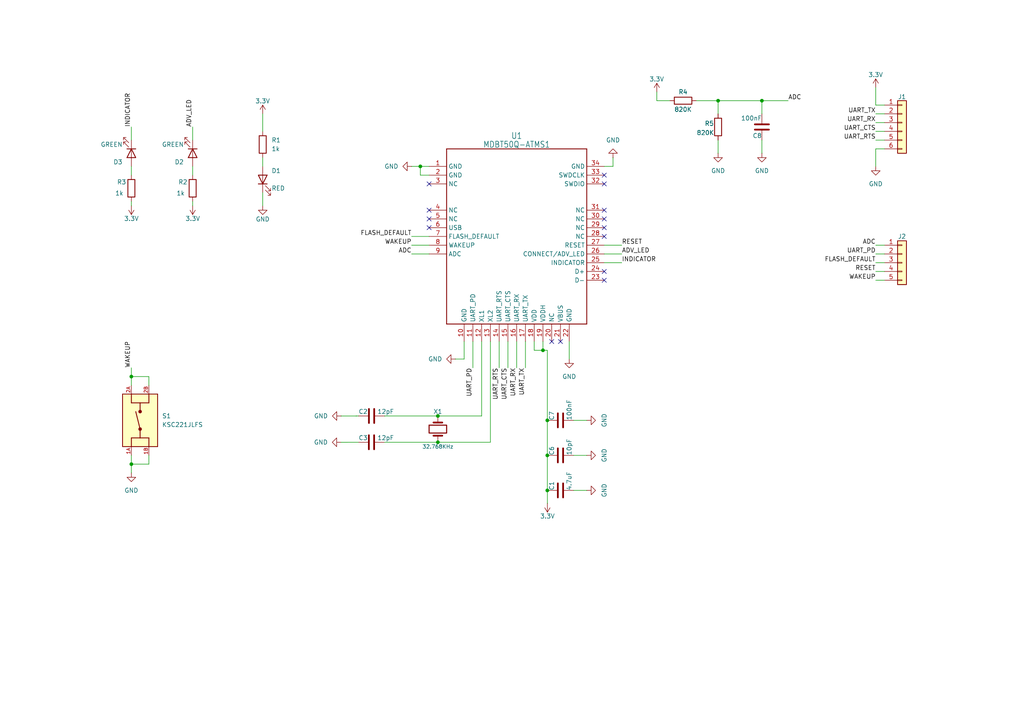
<source format=kicad_sch>
(kicad_sch (version 20250114) (generator "eeschema") (generator_version "9.0")
  (paper "A4")
  (title_block (company "Hamza BÜLKÜ") (comment 1 "BOARDOZA"))
  (lib_symbols
    (symbol "Connector_Generic:Conn_01x05" (pin_names (offset 1.016) (hide yes))
      (property "Reference" "J" (at 0 7.62 0))
      (property "Value" "Conn_01x05" (at 0 -7.62 0))
      (symbol "Conn_01x05_1_1"
        (rectangle (start -1.27 6.35) (end 1.27 -6.35) (stroke (width 0.254)) (fill (type background)))
        (rectangle (start -1.27 5.207) (end 0 4.953) (stroke (width 0.1524)))
        (rectangle (start -1.27 2.667) (end 0 2.413) (stroke (width 0.1524)))
        (rectangle (start -1.27 0.127) (end 0 -0.127) (stroke (width 0.1524)))
        (rectangle (start -1.27 -2.413) (end 0 -2.667) (stroke (width 0.1524)))
        (rectangle (start -1.27 -4.953) (end 0 -5.207) (stroke (width 0.1524)))
        (pin passive line (at -5.08 5.08 0) (length 3.81) (name "Pin_1") (number "1"))
        (pin passive line (at -5.08 2.54 0) (length 3.81) (name "Pin_2") (number "2"))
        (pin passive line (at -5.08 0 0) (length 3.81) (name "Pin_3") (number "3"))
        (pin passive line (at -5.08 -2.54 0) (length 3.81) (name "Pin_4") (number "4"))
        (pin passive line (at -5.08 -5.08 0) (length 3.81) (name "Pin_5") (number "5"))
      )
    )
    (symbol "Connector_Generic:Conn_01x06" (pin_names (offset 1.016) (hide yes))
      (property "Reference" "J" (at 0 7.62 0))
      (property "Value" "Conn_01x06" (at 0 -10.16 0))
      (symbol "Conn_01x06_1_1"
        (rectangle (start -1.27 6.35) (end 1.27 -8.89) (stroke (width 0.254)) (fill (type background)))
        (rectangle (start -1.27 5.207) (end 0 4.953) (stroke (width 0.1524)))
        (rectangle (start -1.27 2.667) (end 0 2.413) (stroke (width 0.1524)))
        (rectangle (start -1.27 0.127) (end 0 -0.127) (stroke (width 0.1524)))
        (rectangle (start -1.27 -2.413) (end 0 -2.667) (stroke (width 0.1524)))
        (rectangle (start -1.27 -4.953) (end 0 -5.207) (stroke (width 0.1524)))
        (rectangle (start -1.27 -7.493) (end 0 -7.747) (stroke (width 0.1524)))
        (pin passive line (at -5.08 5.08 0) (length 3.81) (name "Pin_1") (number "1"))
        (pin passive line (at -5.08 2.54 0) (length 3.81) (name "Pin_2") (number "2"))
        (pin passive line (at -5.08 0 0) (length 3.81) (name "Pin_3") (number "3"))
        (pin passive line (at -5.08 -2.54 0) (length 3.81) (name "Pin_4") (number "4"))
        (pin passive line (at -5.08 -5.08 0) (length 3.81) (name "Pin_5") (number "5"))
        (pin passive line (at -5.08 -7.62 0) (length 3.81) (name "Pin_6") (number "6"))
      )
    )
    (symbol "Device:C" (pin_numbers (hide yes)) (pin_names (offset 0.254))
      (property "Reference" "C" (at 0.635 2.54 0))
      (property "Value" "C" (at 0.635 -2.54 0))
      (symbol "C_0_1"
        (polyline (pts (xy -2.032 0.762) (xy 2.032 0.762)) (stroke (width 0.508)))
        (polyline (pts (xy -2.032 -0.762) (xy 2.032 -0.762)) (stroke (width 0.508)))
      )
      (symbol "C_1_1"
        (pin passive line (at 0 3.81 270) (length 2.794) (name "~") (number "1"))
        (pin passive line (at 0 -3.81 90) (length 2.794) (name "~") (number "2"))
      )
    )
    (symbol "Device:Crystal" (pin_numbers (hide yes)) (pin_names (offset 1.016) (hide yes))
      (property "Reference" "Y" (at 0 3.81 0))
      (property "Value" "Crystal" (at 0 -3.81 0))
      (symbol "Crystal_0_1"
        (polyline (pts (xy -2.54 0) (xy -1.905 0)))
        (polyline (pts (xy -1.905 -1.27) (xy -1.905 1.27)) (stroke (width 0.508)))
        (rectangle (start -1.143 2.54) (end 1.143 -2.54) (stroke (width 0.3048)))
        (polyline (pts (xy 1.905 -1.27) (xy 1.905 1.27)) (stroke (width 0.508)))
        (polyline (pts (xy 2.54 0) (xy 1.905 0)))
      )
      (symbol "Crystal_1_1"
        (pin passive line (at -3.81 0 0) (length 1.27) (name "1") (number "1"))
        (pin passive line (at 3.81 0 180) (length 1.27) (name "2") (number "2"))
      )
    )
    (symbol "Device:LED" (pin_numbers (hide yes)) (pin_names (offset 1.016) (hide yes))
      (property "Reference" "D" (at 0 2.54 0))
      (property "Value" "LED" (at 0 -2.54 0))
      (symbol "LED_0_1"
        (polyline (pts (xy -3.048 -0.762) (xy -4.572 -2.286) (xy -3.81 -2.286) (xy -4.572 -2.286) (xy -4.572 -1.524)))
        (polyline (pts (xy -1.778 -0.762) (xy -3.302 -2.286) (xy -2.54 -2.286) (xy -3.302 -2.286) (xy -3.302 -1.524)))
        (polyline (pts (xy -1.27 0) (xy 1.27 0)))
        (polyline (pts (xy -1.27 -1.27) (xy -1.27 1.27)) (stroke (width 0.254)))
        (polyline (pts (xy 1.27 -1.27) (xy 1.27 1.27) (xy -1.27 0) (xy 1.27 -1.27)) (stroke (width 0.254)))
      )
      (symbol "LED_1_1"
        (pin passive line (at -3.81 0 0) (length 2.54) (name "K") (number "1"))
        (pin passive line (at 3.81 0 180) (length 2.54) (name "A") (number "2"))
      )
    )
    (symbol "Device:R" (pin_numbers (hide yes)) (pin_names (offset 0))
      (property "Reference" "R" (at 2.032 0 90))
      (property "Value" "R" (at 0 0 90))
      (symbol "R_0_1"
        (rectangle (start -1.016 -2.54) (end 1.016 2.54) (stroke (width 0.254)))
      )
      (symbol "R_1_1"
        (pin passive line (at 0 3.81 270) (length 1.27) (name "~") (number "1"))
        (pin passive line (at 0 -3.81 90) (length 1.27) (name "~") (number "2"))
      )
    )
    (symbol "KSC221JLFS:KSC221JLFS" (pin_names (offset 1.016))
      (property "Reference" "S" (at -7.62 5.842 0))
      (property "Value" "KSC221JLFS" (at -7.62 -7.62 0))
      (symbol "KSC221JLFS_0_0"
        (polyline (pts (xy -7.62 2.54) (xy -5.08 2.54)) (stroke (width 0.254)))
        (rectangle (start -7.62 -5.08) (end 7.62 5.08) (stroke (width 0.254)) (fill (type background)))
        (polyline (pts (xy -5.08 2.54) (xy -5.08 0)) (stroke (width 0.254)))
        (polyline (pts (xy -5.08 0) (xy -5.08 -2.54)) (stroke (width 0.254)))
        (polyline (pts (xy -5.08 0) (xy -2.54 0)) (stroke (width 0.254)))
        (polyline (pts (xy -5.08 -2.54) (xy -7.62 -2.54)) (stroke (width 0.254)))
        (circle (center -2.54 0) (radius 0.254) (stroke (width 0.508)))
        (polyline (pts (xy -2.54 0) (xy 2.54 1.27)) (stroke (width 0.254)))
        (polyline (pts (xy 2.54 0) (xy 5.08 0)) (stroke (width 0.254)))
        (circle (center 2.54 0) (radius 0.254) (stroke (width 0.508)))
        (polyline (pts (xy 5.08 2.54) (xy 5.08 0)) (stroke (width 0.254)))
        (polyline (pts (xy 5.08 0) (xy 5.08 -2.54)) (stroke (width 0.254)))
        (polyline (pts (xy 5.08 -2.54) (xy 7.62 -2.54)) (stroke (width 0.254)))
        (polyline (pts (xy 7.62 2.54) (xy 5.08 2.54)) (stroke (width 0.254)))
        (pin passive line (at -10.16 2.54 0) (length 2.54) (name "~") (number "1A"))
        (pin passive line (at -10.16 -2.54 0) (length 2.54) (name "~") (number "1B"))
        (pin passive line (at 10.16 2.54 180) (length 2.54) (name "~") (number "2A"))
        (pin passive line (at 10.16 -2.54 180) (length 2.54) (name "~") (number "2B"))
      )
    )
    (symbol "MDBT50Q-AMTS:MDBT50Q-ATMS"
      (property "Reference" "U1" (at 0 29.21 0))
      (property "Value" "MDBT50Q-ATMS1" (at 0 26.67 0))
      (symbol "MDBT50Q-ATMS_1_0"
        (polyline (pts (xy -20.32 25.4) (xy -20.32 -25.4)) (stroke (width 0.254)))
        (polyline (pts (xy -20.32 -25.4) (xy 20.32 -25.4)) (stroke (width 0.254)))
        (polyline (pts (xy 20.32 25.4) (xy -20.32 25.4)) (stroke (width 0.254)))
        (polyline (pts (xy 20.32 -25.4) (xy 20.32 25.4)) (stroke (width 0.254)))
        (pin bidirectional line (at -25.4 20.32 0) (length 5.08) (name "GND") (number "1"))
        (pin bidirectional line (at -25.4 17.78 0) (length 5.08) (name "GND") (number "2"))
        (pin bidirectional line (at -25.4 15.24 0) (length 5.08) (name "NC") (number "3"))
        (pin bidirectional line (at -25.4 7.62 0) (length 5.08) (name "NC") (number "4"))
        (pin bidirectional line (at -25.4 5.08 0) (length 5.08) (name "NC") (number "5"))
        (pin bidirectional line (at -25.4 2.54 0) (length 5.08) (name "USB") (number "6"))
        (pin bidirectional line (at -25.4 0 0) (length 5.08) (name "FLASH_DEFAULT") (number "7"))
        (pin bidirectional line (at -25.4 -2.54 0) (length 5.08) (name "WAKEUP") (number "8"))
        (pin bidirectional line (at -25.4 -5.08 0) (length 5.08) (name "ADC") (number "9"))
        (pin bidirectional line (at -15.24 -30.48 90) (length 5.08) (name "GND") (number "10"))
        (pin bidirectional line (at -12.7 -30.48 90) (length 5.08) (name "UART_PD") (number "11"))
        (pin bidirectional line (at -10.16 -30.48 90) (length 5.08) (name "XL1") (number "12"))
        (pin bidirectional line (at -7.62 -30.48 90) (length 5.08) (name "XL2") (number "13"))
        (pin bidirectional line (at -5.08 -30.48 90) (length 5.08) (name "UART_RTS") (number "14"))
        (pin bidirectional line (at -2.54 -30.48 90) (length 5.08) (name "UART_CTS") (number "15"))
        (pin bidirectional line (at 0 -30.48 90) (length 5.08) (name "UART_RX") (number "16"))
        (pin bidirectional line (at 2.54 -30.48 90) (length 5.08) (name "UART_TX") (number "17"))
        (pin bidirectional line (at 5.08 -30.48 90) (length 5.08) (name "VDD") (number "18"))
        (pin bidirectional line (at 7.62 -30.48 90) (length 5.08) (name "VDDH") (number "19"))
        (pin bidirectional line (at 10.16 -30.48 90) (length 5.08) (name "NC") (number "20"))
        (pin bidirectional line (at 12.7 -30.48 90) (length 5.08) (name "VBUS") (number "21"))
        (pin bidirectional line (at 15.24 -30.48 90) (length 5.08) (name "GND") (number "22"))
        (pin bidirectional line (at 25.4 20.32 180) (length 5.08) (name "GND") (number "34"))
        (pin bidirectional line (at 25.4 17.78 180) (length 5.08) (name "SWDCLK") (number "33"))
        (pin bidirectional line (at 25.4 15.24 180) (length 5.08) (name "SWDIO") (number "32"))
        (pin bidirectional line (at 25.4 7.62 180) (length 5.08) (name "NC") (number "31"))
        (pin bidirectional line (at 25.4 5.08 180) (length 5.08) (name "NC") (number "30"))
        (pin bidirectional line (at 25.4 2.54 180) (length 5.08) (name "NC") (number "29"))
        (pin bidirectional line (at 25.4 0 180) (length 5.08) (name "NC") (number "28"))
        (pin bidirectional line (at 25.4 -2.54 180) (length 5.08) (name "RESET") (number "27"))
        (pin bidirectional line (at 25.4 -5.08 180) (length 5.08) (name "CONNECT/ADV_LED") (number "26"))
        (pin bidirectional line (at 25.4 -7.62 180) (length 5.08) (name "INDICATOR") (number "25"))
        (pin bidirectional line (at 25.4 -10.16 180) (length 5.08) (name "D+") (number "24"))
        (pin bidirectional line (at 25.4 -12.7 180) (length 5.08) (name "D-") (number "23"))
      )
    )
    (symbol "power:GND" (power) (pin_numbers (hide yes)) (pin_names (offset 0) (hide yes))
      (property "Value" "GND" (at 0 -3.81 0))
      (symbol "GND_0_1"
        (polyline (pts (xy 0 0) (xy 0 -1.27) (xy 1.27 -1.27) (xy 0 -2.54) (xy -1.27 -1.27) (xy 0 -1.27)))
      )
      (symbol "GND_1_1"
        (pin power_in line (at 0 0 270) (length 0) (name "~") (number "1"))
      )
    )
    (symbol "power:VCC" (power) (pin_numbers (hide yes)) (pin_names (offset 0) (hide yes))
      (property "Value" "VCC" (at 0 3.556 0))
      (symbol "VCC_0_1"
        (polyline (pts (xy -0.762 1.27) (xy 0 2.54)))
        (polyline (pts (xy 0 2.54) (xy 0.762 1.27)))
        (polyline (pts (xy 0 0) (xy 0 2.54)))
      )
      (symbol "VCC_1_1"
        (pin power_in line (at 0 0 90) (length 0) (name "~") (number "1"))
      )
    )
  )
  (junction (at 158.75 132.08))
  (junction (at 121.92 48.26))
  (junction (at 157.48 101.6))
  (junction (at 38.1 109.22))
  (junction (at 127 120.65))
  (junction (at 158.75 142.24))
  (junction (at 208.28 29.21))
  (junction (at 38.1 134.62))
  (junction (at 220.98 29.21))
  (junction (at 127 128.27))
  (junction (at 158.75 121.92))
  (no_connect (at 175.26 50.8))
  (no_connect (at 160.02 99.06))
  (no_connect (at 124.46 53.34))
  (no_connect (at 175.26 78.74))
  (no_connect (at 175.26 53.34))
  (no_connect (at 124.46 63.5))
  (no_connect (at 124.46 66.04))
  (no_connect (at 175.26 68.58))
  (no_connect (at 162.56 99.06))
  (no_connect (at 175.26 66.04))
  (no_connect (at 175.26 60.96))
  (no_connect (at 124.46 60.96))
  (no_connect (at 175.26 81.28))
  (no_connect (at 175.26 63.5))
  (wire (pts (xy 55.88 59.69) (xy 55.88 58.42)))
  (wire (pts (xy 170.18 132.08) (xy 166.37 132.08)))
  (wire (pts (xy 180.34 73.66) (xy 175.26 73.66)))
  (wire (pts (xy 170.18 121.92) (xy 166.37 121.92)))
  (wire (pts (xy 111.5806 120.65) (xy 127 120.65)))
  (wire (pts (xy 158.7682 142.24) (xy 158.75 142.24)))
  (wire (pts (xy 254 38.1) (xy 256.54 38.1)))
  (wire (pts (xy 127 120.65) (xy 139.7 120.65)))
  (wire (pts (xy 152.4 106.68) (xy 152.4 99.06)))
  (wire (pts (xy 38.1 132.08) (xy 38.1 134.62)))
  (wire (pts (xy 119.38 48.26) (xy 121.92 48.26)))
  (wire (pts (xy 43.18 134.62) (xy 38.1 134.62)))
  (wire (pts (xy 111.5569 128.27) (xy 111.5569 128.2715)))
  (wire (pts (xy 119.38 71.12) (xy 124.46 71.12)))
  (wire (pts (xy 100.788 128.2773) (xy 100.788 128.2715)))
  (wire (pts (xy 103.3517 120.6492) (xy 103.9606 120.6492)))
  (wire (pts (xy 254 48.26) (xy 254 43.18)))
  (wire (pts (xy 158.75 121.92) (xy 158.75 132.08)))
  (wire (pts (xy 144.78 106.68) (xy 144.78 99.06)))
  (wire (pts (xy 254 33.02) (xy 256.54 33.02)))
  (wire (pts (xy 180.34 76.2) (xy 175.26 76.2)))
  (wire (pts (xy 121.92 50.8) (xy 121.92 48.26)))
  (wire (pts (xy 177.8 48.26) (xy 175.26 48.26)))
  (wire (pts (xy 201.93 29.21) (xy 208.28 29.21)))
  (wire (pts (xy 38.1 59.69) (xy 38.1 58.42)))
  (wire (pts (xy 254 30.48) (xy 256.54 30.48)))
  (wire (pts (xy 254 76.2) (xy 256.54 76.2)))
  (wire (pts (xy 137.16 99.06) (xy 137.16 106.68)))
  (wire (pts (xy 208.28 29.21) (xy 208.28 33.02)))
  (wire (pts (xy 208.28 44.45) (xy 208.28 40.64)))
  (wire (pts (xy 158.75 101.6) (xy 157.48 101.6)))
  (wire (pts (xy 208.28 29.21) (xy 220.98 29.21)))
  (wire (pts (xy 55.88 48.26) (xy 55.88 50.8)))
  (wire (pts (xy 254 81.28) (xy 256.54 81.28)))
  (wire (pts (xy 177.8 45.72) (xy 177.8 48.26)))
  (wire (pts (xy 98.9203 128.2773) (xy 100.788 128.2773)))
  (wire (pts (xy 158.75 101.6) (xy 158.75 121.92)))
  (wire (pts (xy 100.788 128.2715) (xy 103.9369 128.2715)))
  (wire (pts (xy 119.38 73.66) (xy 124.46 73.66)))
  (wire (pts (xy 154.94 99.06) (xy 154.94 101.6)))
  (wire (pts (xy 111.5806 120.65) (xy 111.5806 120.6492)))
  (wire (pts (xy 98.944 120.655) (xy 103.3517 120.655)))
  (wire (pts (xy 76.2 33.02) (xy 76.2 38.1)))
  (wire (pts (xy 166.37 142.24) (xy 170.18 142.24)))
  (wire (pts (xy 220.98 29.21) (xy 220.98 33.02)))
  (wire (pts (xy 254 40.64) (xy 256.54 40.64)))
  (wire (pts (xy 139.7 99.06) (xy 139.7 120.65)))
  (wire (pts (xy 149.86 106.68) (xy 149.86 99.06)))
  (wire (pts (xy 134.62 104.14) (xy 132.08 104.14)))
  (wire (pts (xy 111.5569 128.27) (xy 127 128.27)))
  (wire (pts (xy 76.2 59.69) (xy 76.2 55.88)))
  (wire (pts (xy 190.5 26.67) (xy 190.5 29.21)))
  (wire (pts (xy 154.94 101.6) (xy 157.48 101.6)))
  (wire (pts (xy 147.32 106.68) (xy 147.32 99.06)))
  (wire (pts (xy 38.1 36.83) (xy 38.1 40.64)))
  (wire (pts (xy 103.3517 120.655) (xy 103.3517 120.6492)))
  (wire (pts (xy 157.48 99.06) (xy 157.48 101.6)))
  (wire (pts (xy 38.1 48.26) (xy 38.1 50.8)))
  (wire (pts (xy 158.7682 146.0087) (xy 158.7682 142.24)))
  (wire (pts (xy 43.18 111.76) (xy 43.18 109.22)))
  (wire (pts (xy 254 78.74) (xy 256.54 78.74)))
  (wire (pts (xy 165.1 104.14) (xy 165.1 99.06)))
  (wire (pts (xy 76.2 45.72) (xy 76.2 48.26)))
  (wire (pts (xy 127 128.27) (xy 142.24 128.27)))
  (wire (pts (xy 142.24 99.06) (xy 142.24 128.27)))
  (wire (pts (xy 38.1 109.22) (xy 38.1 111.76)))
  (wire (pts (xy 134.62 99.06) (xy 134.62 104.14)))
  (wire (pts (xy 119.38 68.58) (xy 124.46 68.58)))
  (wire (pts (xy 220.98 29.21) (xy 228.6 29.21)))
  (wire (pts (xy 55.88 36.83) (xy 55.88 40.64)))
  (wire (pts (xy 158.75 132.08) (xy 158.75 142.24)))
  (wire (pts (xy 38.1 106.68) (xy 38.1 109.22)))
  (wire (pts (xy 43.18 109.22) (xy 38.1 109.22)))
  (wire (pts (xy 254 71.12) (xy 256.54 71.12)))
  (wire (pts (xy 190.5 29.21) (xy 194.31 29.21)))
  (wire (pts (xy 254 25.4) (xy 254 30.48)))
  (wire (pts (xy 180.34 71.12) (xy 175.26 71.12)))
  (wire (pts (xy 38.1 134.62) (xy 38.1 137.16)))
  (wire (pts (xy 43.18 132.08) (xy 43.18 134.62)))
  (wire (pts (xy 121.92 48.26) (xy 124.46 48.26)))
  (wire (pts (xy 124.46 50.8) (xy 121.92 50.8)))
  (wire (pts (xy 220.98 44.45) (xy 220.98 40.64)))
  (wire (pts (xy 254 73.66) (xy 256.54 73.66)))
  (wire (pts (xy 254 35.56) (xy 256.54 35.56)))
  (wire (pts (xy 254 43.18) (xy 256.54 43.18)))
  (label "ADV_LED" (at 55.88 36.83 90))
  (label "UART_RX" (at 149.86 106.68 270))
  (label "ADC" (at 254 71.12 180))
  (label "UART_CTS" (at 254 38.1 180))
  (label "UART_RTS" (at 144.78 106.68 270))
  (label "UART_CTS" (at 147.32 106.68 270))
  (label "INDICATOR" (at 180.34 76.2 0))
  (label "UART_TX" (at 152.4 106.68 270))
  (label "UART_PD" (at 137.16 106.68 270))
  (label "ADC" (at 228.6 29.21 0))
  (label "UART_TX" (at 254 33.02 180))
  (label "ADC" (at 119.38 73.66 180))
  (label "RESET" (at 254 78.74 180))
  (label "UART_RTS" (at 254 40.64 180))
  (label "WAKEUP" (at 38.1 106.68 90))
  (label "UART_RX" (at 254 35.56 180))
  (label "ADV_LED" (at 180.34 73.66 0))
  (label "WAKEUP" (at 119.38 71.12 180))
  (label "WAKEUP" (at 254 81.28 180))
  (label "UART_PD" (at 254 73.66 180))
  (label "RESET" (at 180.34 71.12 0))
  (label "FLASH_DEFAULT" (at 254 76.2 180))
  (label "INDICATOR" (at 38.1 36.83 90))
  (label "FLASH_DEFAULT" (at 119.38 68.58 180))
  (symbol (lib_id "power:GND") (at 177.8 45.72 180) (unit 1)
    (property "Reference" "#PWR05" (effects (hide yes)))
    (property "Value" "GND" (at 177.8 40.64 0))
    (property "Description" "Power symbol creates a global label with name \"GND\" , ground" (effects (hide yes)))
  )
  (symbol (lib_id "Device:R") (at 208.28 36.83 180) (unit 1)
    (property "Reference" "R5" (at 205.7364 35.8233 0))
    (property "Value" "820K" (at 204.5859 38.5077 0))
    (property "Footprint" "Resistor_SMD:R_0603_1608Metric" (effects (hide yes)))
    (property "Description" "Resistor" (effects (hide yes)))
  )
  (symbol (lib_id "power:GND") (at 98.944 120.655 270) (unit 1)
    (property "Reference" "#PWR06" (effects (hide yes)))
    (property "Value" "GND" (at 95.134 120.6549 90) (effects (justify right)))
    (property "Description" "Power symbol creates a global label with name \"GND\" , ground" (effects (hide yes)))
  )
  (symbol (lib_id "power:GND") (at 208.28 44.45 0) (unit 1)
    (property "Reference" "#PWR024" (effects (hide yes)))
    (property "Value" "GND" (at 208.28 49.53 0))
    (property "Description" "Power symbol creates a global label with name \"GND\" , ground" (effects (hide yes)))
  )
  (symbol (lib_id "power:GND") (at 38.1 137.16 0) (unit 1)
    (property "Reference" "#PWR021" (effects (hide yes)))
    (property "Value" "GND" (at 38.1 142.24 0))
    (property "Description" "Power symbol creates a global label with name \"GND\" , ground" (effects (hide yes)))
  )
  (symbol (lib_id "Connector_Generic:Conn_01x06") (at 261.62 35.56 0) (unit 1)
    (property "Reference" "J1" (at 260.4249 28.0831 0) (effects (justify left)))
    (property "Value" "Conn_01x06" (effects (hide yes)))
    (property "Footprint" "ConnectorsBoardoza:2317-06S_1x06_P2.50mm_Vertical" (effects (hide yes)))
    (property "Description" "Generic connector, single row, 01x06, script generated (kicad-library-utils/schlib/autogen/connector/)" (effects (hide yes)))
  )
  (symbol (lib_id "power:VCC") (at 158.7682 146.0087 180) (unit 1)
    (property "Reference" "#PWR013" (effects (hide yes)))
    (property "Value" "3.3V" (at 158.7914 149.721 0))
    (property "Description" "Power symbol creates a global label with name \"VCC\"" (effects (hide yes)))
  )
  (symbol (lib_id "power:GND") (at 165.1 104.14 0) (unit 1)
    (property "Reference" "#PWR04" (effects (hide yes)))
    (property "Value" "GND" (at 165.1 109.22 0))
    (property "Description" "Power symbol creates a global label with name \"GND\" , ground" (effects (hide yes)))
  )
  (symbol (lib_id "power:GND") (at 170.18 142.24 90) (unit 1)
    (property "Reference" "#PWR03" (effects (hide yes)))
    (property "Value" "GND" (at 175.26 142.24 0))
    (property "Description" "Power symbol creates a global label with name \"GND\" , ground" (effects (hide yes)))
  )
  (symbol (lib_id "power:GND") (at 76.2 59.69 0) (unit 1)
    (property "Reference" "#PWR015" (effects (hide yes)))
    (property "Value" "GND" (at 76.1857 63.5793 0))
    (property "Description" "Power symbol creates a global label with name \"GND\" , ground" (effects (hide yes)))
  )
  (symbol (lib_id "power:GND") (at 220.98 44.45 0) (unit 1)
    (property "Reference" "#PWR025" (effects (hide yes)))
    (property "Value" "GND" (at 220.98 49.53 0))
    (property "Description" "Power symbol creates a global label with name \"GND\" , ground" (effects (hide yes)))
  )
  (symbol (lib_id "power:VCC") (at 55.88 59.69 180) (unit 1)
    (property "Reference" "#PWR018" (effects (hide yes)))
    (property "Value" "3.3V" (at 55.9032 63.4023 0))
    (property "Description" "Power symbol creates a global label with name \"VCC\"" (effects (hide yes)))
  )
  (symbol (lib_id "power:VCC") (at 254 25.4 0) (unit 1)
    (property "Reference" "#PWR09" (effects (hide yes)))
    (property "Value" "3.3V" (at 253.9768 21.6877 0))
    (property "Description" "Power symbol creates a global label with name \"VCC\"" (effects (hide yes)))
  )
  (symbol (lib_id "power:GND") (at 119.38 48.26 270) (unit 1)
    (property "Reference" "#PWR01" (effects (hide yes)))
    (property "Value" "GND" (at 115.57 48.2599 90) (effects (justify right)))
    (property "Description" "Power symbol creates a global label with name \"GND\" , ground" (effects (hide yes)))
  )
  (symbol (lib_id "power:GND") (at 254 48.26 0) (unit 1)
    (property "Reference" "#PWR017" (effects (hide yes)))
    (property "Value" "GND" (at 254 53.34 0))
    (property "Description" "Power symbol creates a global label with name \"GND\" , ground" (effects (hide yes)))
  )
  (symbol (lib_id "Device:R") (at 55.88 54.61 180) (unit 1)
    (property "Reference" "R2" (at 51.7048 52.8095 0) (effects (justify right)))
    (property "Value" "1k" (at 51.1568 56.0366 0) (effects (justify right)))
    (property "Footprint" "Resistor_SMD:R_0603_1608Metric" (effects (hide yes)))
    (property "Description" "Resistor" (effects (hide yes)))
  )
  (symbol (lib_id "Device:C") (at 162.56 121.92 90) (unit 1)
    (property "Reference" "C7" (at 160.02 121.92 0) (effects (justify left)))
    (property "Value" "100nF" (at 165.1 121.92 0) (effects (justify left)))
    (property "Footprint" "Capacitor_SMD:C_0603_1608Metric" (effects (hide yes)))
    (property "Description" "Unpolarized capacitor" (effects (hide yes)))
  )
  (symbol (lib_id "power:VCC") (at 38.1 59.69 180) (unit 1)
    (property "Reference" "#PWR022" (effects (hide yes)))
    (property "Value" "3.3V" (at 38.1232 63.4023 0))
    (property "Description" "Power symbol creates a global label with name \"VCC\"" (effects (hide yes)))
  )
  (symbol (lib_id "Device:R") (at 38.1 54.61 180) (unit 1)
    (property "Reference" "R3" (at 33.9248 52.8095 0) (effects (justify right)))
    (property "Value" "1k" (at 33.3768 56.0366 0) (effects (justify right)))
    (property "Footprint" "Resistor_SMD:R_0603_1608Metric" (effects (hide yes)))
    (property "Description" "Resistor" (effects (hide yes)))
  )
  (symbol (lib_id "Device:LED") (at 55.88 44.45 270) (unit 1)
    (property "Reference" "D2" (at 53.34 46.99 90) (effects (justify right)))
    (property "Value" "GREEN" (at 53.34 41.91 90) (effects (justify right)))
    (property "Footprint" "LED_SMD:LED_0603_1608Metric" (effects (hide yes)))
    (property "Description" "Light emitting diode" (effects (hide yes)))
  )
  (symbol (lib_id "power:GND") (at 132.08 104.14 270) (unit 1)
    (property "Reference" "#PWR02" (effects (hide yes)))
    (property "Value" "GND" (at 128.27 104.1399 90) (effects (justify right)))
    (property "Description" "Power symbol creates a global label with name \"GND\" , ground" (effects (hide yes)))
  )
  (symbol (lib_id "Device:C") (at 107.7706 120.6492 90) (unit 1)
    (property "Reference" "C2" (at 106.68 119.38 90) (effects (justify left)))
    (property "Value" "12pF" (at 114.3 119.38 90) (effects (justify left)))
    (property "Footprint" "Capacitor_SMD:C_0603_1608Metric" (effects (hide yes)))
    (property "Description" "Unpolarized capacitor" (effects (hide yes)))
  )
  (symbol (lib_id "power:VCC") (at 190.5 26.67 0) (unit 1)
    (property "Reference" "#PWR023" (effects (hide yes)))
    (property "Value" "3.3V" (at 190.4768 22.9577 0))
    (property "Description" "Power symbol creates a global label with name \"VCC\"" (effects (hide yes)))
  )
  (symbol (lib_id "Device:C") (at 162.56 132.08 90) (unit 1)
    (property "Reference" "C6" (at 160.02 132.08 0) (effects (justify left)))
    (property "Value" "10pF" (at 165.1 132.08 0) (effects (justify left)))
    (property "Footprint" "Capacitor_SMD:C_0603_1608Metric" (effects (hide yes)))
    (property "Description" "Unpolarized capacitor" (effects (hide yes)))
  )
  (symbol (lib_id "Connector_Generic:Conn_01x05") (at 261.62 76.2 0) (unit 1)
    (property "Reference" "J2" (at 260.4103 68.5799 0) (effects (justify left)))
    (property "Value" "Conn_01x05" (effects (hide yes)))
    (property "Footprint" "ConnectorsBoardoza:2317-05S_1x05_P2.50mm_Vertical" (effects (hide yes)))
    (property "Description" "Generic connector, single row, 01x05, script generated (kicad-library-utils/schlib/autogen/connector/)" (effects (hide yes)))
  )
  (symbol (lib_id "power:GND") (at 170.18 121.92 90) (unit 1)
    (property "Reference" "#PWR020" (effects (hide yes)))
    (property "Value" "GND" (at 175.26 121.92 0))
    (property "Description" "Power symbol creates a global label with name \"GND\" , ground" (effects (hide yes)))
  )
  (symbol (lib_id "Device:R") (at 76.2 41.91 0) (unit 1)
    (property "Reference" "R1" (at 78.74 40.6399 0) (effects (justify left)))
    (property "Value" "1k" (at 78.74 43.1799 0) (effects (justify left)))
    (property "Footprint" "Resistor_SMD:R_0603_1608Metric" (effects (hide yes)))
    (property "Description" "Resistor" (effects (hide yes)))
  )
  (symbol (lib_id "Device:R") (at 198.12 29.21 90) (unit 1)
    (property "Reference" "R4" (at 198.12 26.67 90))
    (property "Value" "820K" (at 198.12 31.75 90))
    (property "Footprint" "Resistor_SMD:R_0603_1608Metric" (effects (hide yes)))
    (property "Description" "Resistor" (effects (hide yes)))
  )
  (symbol (lib_id "Device:C") (at 220.98 36.83 180) (unit 1)
    (property "Reference" "C8" (at 220.98 39.37 0) (effects (justify left)))
    (property "Value" "100nF" (at 220.98 34.29 0) (effects (justify left)))
    (property "Footprint" "Capacitor_SMD:C_0603_1608Metric" (effects (hide yes)))
    (property "Description" "Unpolarized capacitor" (effects (hide yes)))
  )
  (symbol (lib_id "MDBT50Q-AMTS:MDBT50Q-ATMS") (at 149.86 68.58 0) (unit 1)
    (property "Reference" "U1" (at 149.86 39.37 0) (effects (font (size 1.778 1.5113))))
    (property "Value" "MDBT50Q-ATMS1" (at 149.86 41.91 0) (effects (font (size 1.778 1.5113))))
    (property "Footprint" "Library:MDBT50Q" (effects (hide yes)))
    (property "Description" "Raytac Corporation\n\nPart Number: MDBT50Q-ATMS / MDBT50Q-PATMS / MDBT50Q-UATMS\nBluetooth Low Energy Module based on Noridc nRF52833\nSize: 15.5x10.5mm\n\nSource:\n\n• Raytac datasheet" (effects (hide yes)))
    (property "MPN" "MDBT50Q-ATMS" (effects (hide yes)))
  )
  (symbol (lib_id "Device:LED") (at 38.1 44.45 270) (unit 1)
    (property "Reference" "D3" (at 35.56 46.99 90) (effects (justify right)))
    (property "Value" "GREEN" (at 35.56 41.91 90) (effects (justify right)))
    (property "Footprint" "LED_SMD:LED_0603_1608Metric" (effects (hide yes)))
    (property "Description" "Light emitting diode" (effects (hide yes)))
  )
  (symbol (lib_id "Device:C") (at 162.56 142.24 90) (unit 1)
    (property "Reference" "C1" (at 160.02 142.24 0) (effects (justify left)))
    (property "Value" "4.7uF" (at 165.1 142.24 0) (effects (justify left)))
    (property "Footprint" "Capacitor_SMD:C_0603_1608Metric" (effects (hide yes)))
    (property "Description" "Unpolarized capacitor" (effects (hide yes)))
  )
  (symbol (lib_id "Device:Crystal") (at 127 124.46 90) (unit 1)
    (property "Reference" "X1" (at 127 119.38 90))
    (property "Value" "32.768KHz" (at 127 129.54 90) (effects (font (size 1.1 1.1))))
    (property "Footprint" "32.768KHz SMD-2:XTAL_CC7V-T1A-32.768K-9PF-20PPM-TB-QA" (effects (hide yes)))
    (property "Description" "Two pin crystal" (effects (hide yes)))
    (property "MPN" "FC-135 32.7680KA-AC3" (effects (hide yes)))
  )
  (symbol (lib_id "power:VCC") (at 76.2 33.02 0) (unit 1)
    (property "Reference" "#PWR08" (effects (hide yes)))
    (property "Value" "3.3V" (at 76.1768 29.3077 0))
    (property "Description" "Power symbol creates a global label with name \"VCC\"" (effects (hide yes)))
  )
  (symbol (lib_id "Device:LED") (at 76.2 52.07 90) (unit 1)
    (property "Reference" "D1" (at 78.74 49.53 90) (effects (justify right)))
    (property "Value" "RED" (at 78.74 54.61 90) (effects (justify right)))
    (property "Footprint" "LED_SMD:LED_0603_1608Metric" (effects (hide yes)))
    (property "Description" "Light emitting diode" (effects (hide yes)))
  )
  (symbol (lib_id "power:GND") (at 98.9203 128.2773 270) (unit 1)
    (property "Reference" "#PWR07" (effects (hide yes)))
    (property "Value" "GND" (at 95.1103 128.2772 90) (effects (justify right)))
    (property "Description" "Power symbol creates a global label with name \"GND\" , ground" (effects (hide yes)))
  )
  (symbol (lib_id "Device:C") (at 107.7469 128.2715 90) (unit 1)
    (property "Reference" "C3" (at 106.68 127 90) (effects (justify left)))
    (property "Value" "12pF" (at 114.3 127 90) (effects (justify left)))
    (property "Footprint" "Capacitor_SMD:C_0603_1608Metric" (effects (hide yes)))
    (property "Description" "Unpolarized capacitor" (effects (hide yes)))
  )
  (symbol (lib_id "KSC221JLFS:KSC221JLFS") (at 40.64 121.92 90) (unit 1)
    (property "Reference" "S1" (at 46.99 120.6499 90) (effects (justify right)))
    (property "Value" "KSC221JLFS" (at 46.99 123.1899 90) (effects (justify right)))
    (property "Footprint" "KSC221JLFS:SW_KSC221JLFS" (effects (hide yes)))
    (property "MF" "Littelfuse/C&K" (effects (hide yes)))
    (property "MAXIMUM_PACKAGE_HEIGHT" "3.5mm" (effects (hide yes)))
    (property "Package" "None" (effects (hide yes)))
    (property "Price" "None" (effects (hide yes)))
    (property "Check_prices" "https://www.snapeda.com/parts/KSC221JLFS/Littelfuse/view-part/?ref=eda" (effects (hide yes)))
    (property "STANDARD" "Manufacturer Recommendations" (effects (hide yes)))
    (property "PARTREV" "16 Mar 22" (effects (hide yes)))
    (property "SnapEDA_Link" "https://www.snapeda.com/parts/KSC221JLFS/Littelfuse/view-part/?ref=snap" (effects (hide yes)))
    (property "MPN" "KSC221JLFS" (effects (hide yes)))
    (property "Description_1" "\nSwitch - Tactile - N.O. - SPST - Round Button - J-Bend - 0.05A - 32VDC - 1VA - 500000Cycles - 2N - SMD - Automotive - T/R\n" (effects (hide yes)))
    (property "MANUFACTURER" "C&K" (effects (hide yes)))
    (property "Availability" "In Stock" (effects (hide yes)))
    (property "SNAPEDA_PN" "KSC221JLFS" (effects (hide yes)))
  )
  (symbol (lib_id "power:GND") (at 170.18 132.08 90) (unit 1)
    (property "Reference" "#PWR019" (effects (hide yes)))
    (property "Value" "GND" (at 175.26 132.08 0))
    (property "Description" "Power symbol creates a global label with name \"GND\" , ground" (effects (hide yes)))
  )
)
</source>
